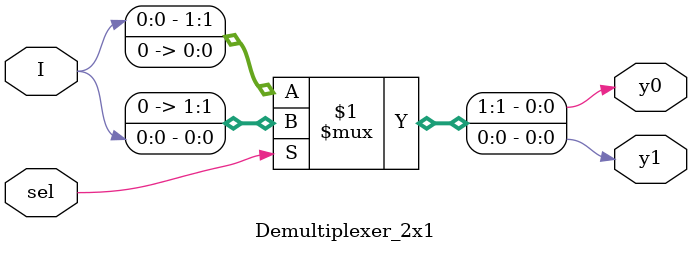
<source format=v>
`timescale 1ns / 1ps
module Demultiplexer_2x1(
   input I,sel,
	output y0,y1
    );
   
	assign{y0,y1}=sel?{1'b0,I}:{I,1'b0};

endmodule

</source>
